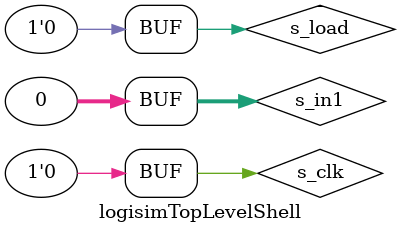
<source format=v>
/******************************************************************************
 ** Logisim-evolution goes FPGA automatic generated Verilog code             **
 ** https://github.com/logisim-evolution/                                    **
 **                                                                          **
 ** Component : logisimTopLevelShell                                         **
 **                                                                          **
 *****************************************************************************/

module logisimTopLevelShell(  );

   /*******************************************************************************
   ** The wires are defined here                                                 **
   *******************************************************************************/
   wire        s_clk;
   wire [31:0] s_in1;
   wire        s_load;
   wire [31:0] s_out1;

   /*******************************************************************************
   ** The module functionality is described here                                 **
   *******************************************************************************/

   /*******************************************************************************
   ** All signal adaptations are performed here                                  **
   *******************************************************************************/
   assign s_clk     = 1'b0;
   assign s_in1[0]  = 1'b0;
   assign s_in1[10] = 1'b0;
   assign s_in1[11] = 1'b0;
   assign s_in1[12] = 1'b0;
   assign s_in1[13] = 1'b0;
   assign s_in1[14] = 1'b0;
   assign s_in1[15] = 1'b0;
   assign s_in1[16] = 1'b0;
   assign s_in1[17] = 1'b0;
   assign s_in1[18] = 1'b0;
   assign s_in1[19] = 1'b0;
   assign s_in1[1]  = 1'b0;
   assign s_in1[20] = 1'b0;
   assign s_in1[21] = 1'b0;
   assign s_in1[22] = 1'b0;
   assign s_in1[23] = 1'b0;
   assign s_in1[24] = 1'b0;
   assign s_in1[25] = 1'b0;
   assign s_in1[26] = 1'b0;
   assign s_in1[27] = 1'b0;
   assign s_in1[28] = 1'b0;
   assign s_in1[29] = 1'b0;
   assign s_in1[2]  = 1'b0;
   assign s_in1[30] = 1'b0;
   assign s_in1[31] = 1'b0;
   assign s_in1[3]  = 1'b0;
   assign s_in1[4]  = 1'b0;
   assign s_in1[5]  = 1'b0;
   assign s_in1[6]  = 1'b0;
   assign s_in1[7]  = 1'b0;
   assign s_in1[8]  = 1'b0;
   assign s_in1[9]  = 1'b0;
   assign s_load    = 1'b0;

   /*******************************************************************************
   ** The toplevel component is connected here                                   **
   *******************************************************************************/
   main   CIRCUIT_0 (.clk(s_clk),
                     .in1(s_in1),
                     .load(s_load),
                     .out1(s_out1));
endmodule

</source>
